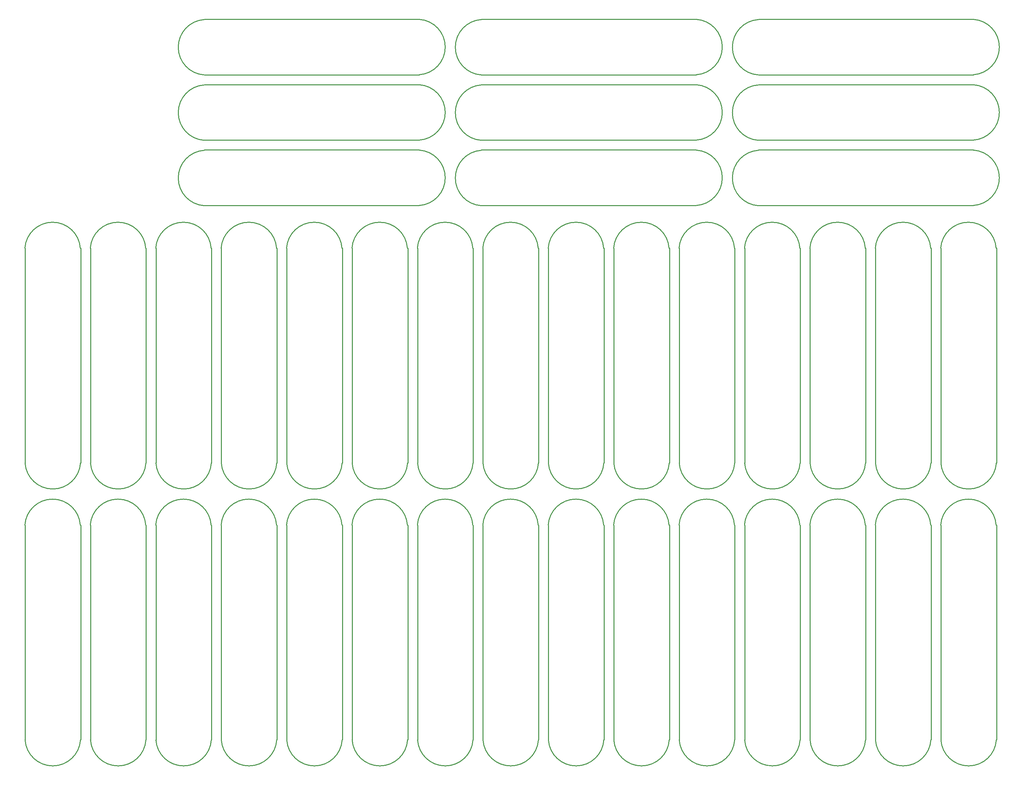
<source format=gko>
G04 Layer_Color=16711935*
%FSLAX44Y44*%
%MOMM*%
G71*
G01*
G75*
%ADD54C,0.2540*%
D54*
X435728Y294469D02*
G03*
X579737Y294537I72002J4658D01*
G01*
X580230D01*
Y853127D01*
X579230D02*
G03*
X435221Y853195I-72007J-4590D01*
G01*
X435730D02*
Y294469D01*
X605728D02*
G03*
X749737Y294537I72002J4658D01*
G01*
X750230D01*
Y853127D01*
X749230D02*
G03*
X605221Y853195I-72007J-4590D01*
G01*
X605730D02*
Y294469D01*
X775728D02*
G03*
X919737Y294537I72002J4658D01*
G01*
X920230D01*
Y853127D01*
X919230D02*
G03*
X775221Y853195I-72007J-4590D01*
G01*
X775730D02*
Y294469D01*
X945728D02*
G03*
X1089737Y294537I72002J4658D01*
G01*
X1090230D01*
Y853127D01*
X1089230D02*
G03*
X945221Y853195I-72007J-4590D01*
G01*
X945730D02*
Y294469D01*
X1115728D02*
G03*
X1259737Y294537I72002J4658D01*
G01*
X1260230D01*
Y853127D01*
X1259230D02*
G03*
X1115221Y853195I-72007J-4590D01*
G01*
X1115730D02*
Y294469D01*
X1285728D02*
G03*
X1429737Y294537I72002J4658D01*
G01*
X1430230D01*
Y853127D01*
X1429230D02*
G03*
X1285221Y853195I-72007J-4590D01*
G01*
X1285730D02*
Y294469D01*
X1455728D02*
G03*
X1599737Y294537I72002J4658D01*
G01*
X1600230D01*
Y853127D01*
X1599230D02*
G03*
X1455221Y853195I-72007J-4590D01*
G01*
X1455730D02*
Y294469D01*
X1625728D02*
G03*
X1769737Y294537I72002J4658D01*
G01*
X1770230D01*
Y853127D01*
X1769230D02*
G03*
X1625221Y853195I-72007J-4590D01*
G01*
X1625730D02*
Y294469D01*
X1795728D02*
G03*
X1939737Y294537I72002J4658D01*
G01*
X1940230D01*
Y853127D01*
X1939230D02*
G03*
X1795221Y853195I-72007J-4590D01*
G01*
X1795730D02*
Y294469D01*
X1965728D02*
G03*
X2109737Y294537I72002J4658D01*
G01*
X2110230D01*
Y853127D01*
X2109230D02*
G03*
X1965221Y853195I-72007J-4590D01*
G01*
X1965730D02*
Y294469D01*
X2135728D02*
G03*
X2279737Y294537I72002J4658D01*
G01*
X2280230D01*
Y853127D01*
X2279230D02*
G03*
X2135221Y853195I-72007J-4590D01*
G01*
X2135730D02*
Y294469D01*
X2305728D02*
G03*
X2449737Y294537I72002J4658D01*
G01*
X2450230D01*
Y853127D01*
X2449230D02*
G03*
X2305221Y853195I-72007J-4590D01*
G01*
X2305730D02*
Y294469D01*
X2475728D02*
G03*
X2619737Y294537I72002J4658D01*
G01*
X2620230D01*
Y853127D01*
X2619230D02*
G03*
X2475221Y853195I-72007J-4590D01*
G01*
X2475730D02*
Y294469D01*
X2645728D02*
G03*
X2789737Y294537I72002J4658D01*
G01*
X2790230D01*
Y853127D01*
X2789230D02*
G03*
X2645221Y853195I-72007J-4590D01*
G01*
X2645730D02*
Y294469D01*
X2815728D02*
G03*
X2959737Y294537I72002J4658D01*
G01*
X2960230D01*
Y853127D01*
X2959230D02*
G03*
X2815221Y853195I-72007J-4590D01*
G01*
X2815730D02*
Y294469D01*
X2959737Y1014537D02*
X2960230D01*
Y1573127D01*
X2959230D02*
G03*
X2815221Y1573195I-72007J-4590D01*
G01*
X2815730D02*
Y1014469D01*
X2815728D02*
G03*
X2959737Y1014537I72002J4658D01*
G01*
X2790230D02*
Y1573127D01*
X2789230D02*
G03*
X2645221Y1573195I-72007J-4590D01*
G01*
X2645730D02*
Y1014469D01*
X2645728D02*
G03*
X2789737Y1014537I72002J4658D01*
G01*
X2790230D01*
X2620230D02*
Y1573127D01*
X2619230D02*
G03*
X2475221Y1573195I-72007J-4590D01*
G01*
X2475730D02*
Y1014469D01*
X2475728D02*
G03*
X2619737Y1014537I72002J4658D01*
G01*
X2620230D01*
X2450230D02*
Y1573127D01*
X2449230D02*
G03*
X2305221Y1573195I-72007J-4590D01*
G01*
X2305730D02*
Y1014469D01*
X2305728D02*
G03*
X2449737Y1014537I72002J4658D01*
G01*
X2450230D01*
X2280230D02*
Y1573127D01*
X2279230D02*
G03*
X2135221Y1573195I-72007J-4590D01*
G01*
X2135730D02*
Y1014469D01*
X2135728D02*
G03*
X2279737Y1014537I72002J4658D01*
G01*
X2280230D01*
X2110230D02*
Y1573127D01*
X2109230D02*
G03*
X1965221Y1573195I-72007J-4590D01*
G01*
X1965730D02*
Y1014469D01*
X1965728D02*
G03*
X2109737Y1014537I72002J4658D01*
G01*
X2110230D01*
X1940230D02*
Y1573127D01*
X1939230D02*
G03*
X1795221Y1573195I-72007J-4590D01*
G01*
X1795730D02*
Y1014469D01*
X1795728D02*
G03*
X1939737Y1014537I72002J4658D01*
G01*
X1940230D01*
X1770230D02*
Y1573127D01*
X1769230D02*
G03*
X1625221Y1573195I-72007J-4590D01*
G01*
X1625730D02*
Y1014469D01*
X1625728D02*
G03*
X1769737Y1014537I72002J4658D01*
G01*
X1770230D01*
X1600230D02*
Y1573127D01*
X1599230D02*
G03*
X1455221Y1573195I-72007J-4590D01*
G01*
X1455730D02*
Y1014469D01*
X1455728D02*
G03*
X1599737Y1014537I72002J4658D01*
G01*
X1600230D01*
X1430230D02*
Y1573127D01*
X1429230D02*
G03*
X1285221Y1573195I-72007J-4590D01*
G01*
X1285730D02*
Y1014469D01*
X1285728D02*
G03*
X1429737Y1014537I72002J4658D01*
G01*
X1430230D01*
X1260230D02*
Y1573127D01*
X1259230D02*
G03*
X1115221Y1573195I-72007J-4590D01*
G01*
X1115730D02*
Y1014469D01*
X1115728D02*
G03*
X1259737Y1014537I72002J4658D01*
G01*
X1260230D01*
X1090230D02*
Y1573127D01*
X1089230D02*
G03*
X945221Y1573195I-72007J-4590D01*
G01*
X945730D02*
Y1014469D01*
X945728D02*
G03*
X1089737Y1014537I72002J4658D01*
G01*
X1090230D01*
X920230D02*
Y1573127D01*
X919230D02*
G03*
X775221Y1573195I-72007J-4590D01*
G01*
X775730D02*
Y1014469D01*
X775728D02*
G03*
X919737Y1014537I72002J4658D01*
G01*
X920230D01*
X750230D02*
Y1573127D01*
X749230D02*
G03*
X605221Y1573195I-72007J-4590D01*
G01*
X605730D02*
Y1014469D01*
X605728D02*
G03*
X749737Y1014537I72002J4658D01*
G01*
X750230D01*
X580230D02*
Y1573127D01*
X579230D02*
G03*
X435221Y1573195I-72007J-4590D01*
G01*
X435730D02*
Y1014469D01*
X435728D02*
G03*
X579737Y1014537I72002J4658D01*
G01*
X580230D01*
X901410Y1827726D02*
G03*
X901342Y1683717I4590J-72007D01*
G01*
Y1684226D02*
X1460068D01*
Y1684224D02*
G03*
X1460000Y1828233I-4658J72002D01*
G01*
Y1828726D01*
X901410D01*
Y1997726D02*
G03*
X901342Y1853717I4590J-72007D01*
G01*
Y1854226D02*
X1460068D01*
Y1854224D02*
G03*
X1460000Y1998233I-4658J72002D01*
G01*
Y1998726D01*
X901410D01*
Y2167726D02*
G03*
X901342Y2023717I4590J-72007D01*
G01*
Y2024226D02*
X1460068D01*
Y2024224D02*
G03*
X1460000Y2168233I-4658J72002D01*
G01*
Y2168726D01*
X901410D01*
X1621342Y1684226D02*
X2180068D01*
Y1684224D02*
G03*
X2180000Y1828233I-4658J72002D01*
G01*
Y1828726D01*
X1621410D01*
Y1827726D02*
G03*
X1621342Y1683717I4590J-72007D01*
G01*
X1621410Y1997726D02*
G03*
X1621342Y1853717I4590J-72007D01*
G01*
Y1854226D02*
X2180068D01*
Y1854224D02*
G03*
X2180000Y1998233I-4658J72002D01*
G01*
Y1998726D01*
X1621410D01*
Y2167726D02*
G03*
X1621342Y2023717I4590J-72007D01*
G01*
Y2024226D02*
X2180068D01*
Y2024224D02*
G03*
X2180000Y2168233I-4658J72002D01*
G01*
Y2168726D01*
X1621410D01*
X2341342Y1684226D02*
X2900068D01*
Y1684224D02*
G03*
X2900000Y1828233I-4658J72002D01*
G01*
Y1828726D01*
X2341410D01*
Y1827726D02*
G03*
X2341342Y1683717I4590J-72007D01*
G01*
X2341410Y1997726D02*
G03*
X2341342Y1853717I4590J-72007D01*
G01*
Y1854226D02*
X2900068D01*
Y1854224D02*
G03*
X2900000Y1998233I-4658J72002D01*
G01*
Y1998726D01*
X2341410D01*
Y2167726D02*
G03*
X2341342Y2023717I4590J-72007D01*
G01*
Y2024226D02*
X2900068D01*
Y2024224D02*
G03*
X2900000Y2168233I-4658J72002D01*
G01*
Y2168726D01*
X2341410D01*
M02*

</source>
